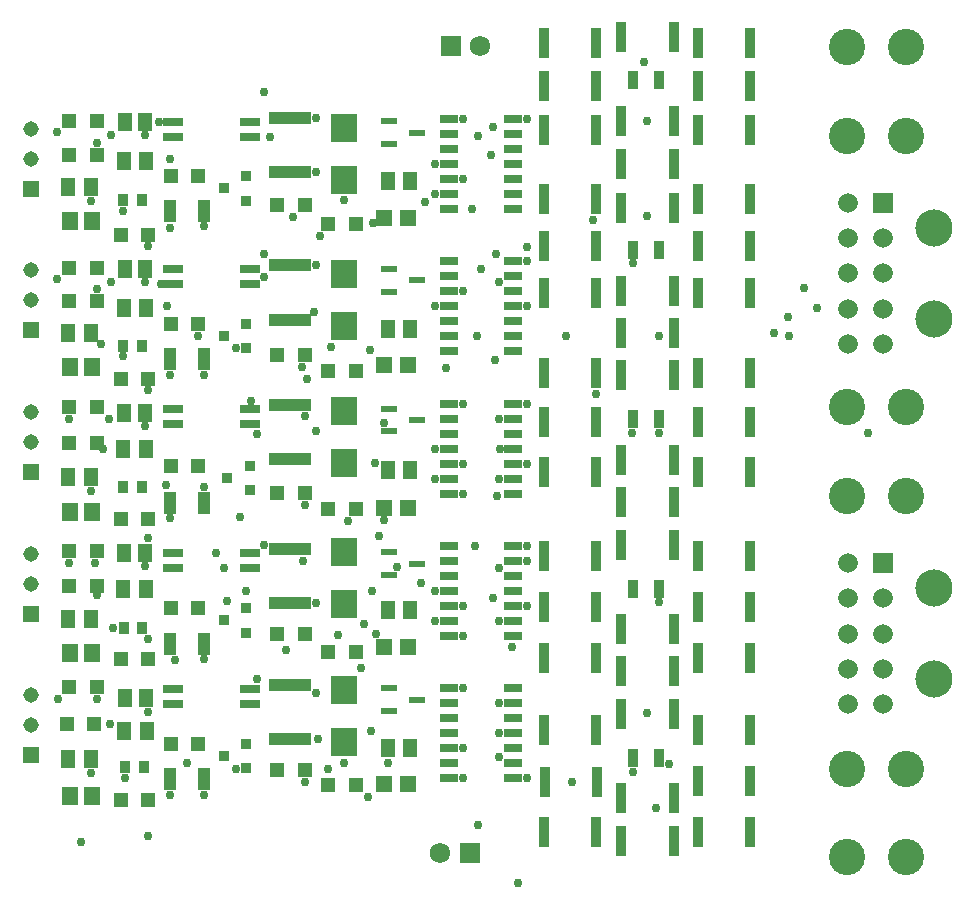
<source format=gts>
G04*
G04 #@! TF.GenerationSoftware,Altium Limited,Altium Designer,22.1.2 (22)*
G04*
G04 Layer_Color=8388736*
%FSLAX25Y25*%
%MOIN*%
G70*
G04*
G04 #@! TF.SameCoordinates,1384077E-11D3-43F0-9A77-4EE49B0B0899*
G04*
G04*
G04 #@! TF.FilePolarity,Negative*
G04*
G01*
G75*
%ADD15R,0.03772X0.10072*%
%ADD26R,0.05200X0.02200*%
%ADD27R,0.03500X0.03200*%
%ADD30R,0.03543X0.06299*%
%ADD31R,0.04921X0.06024*%
%ADD32R,0.05118X0.05118*%
%ADD33R,0.05315X0.05315*%
%ADD34R,0.14094X0.03937*%
%ADD35R,0.06693X0.03150*%
%ADD36R,0.03740X0.04331*%
%ADD37R,0.04528X0.06299*%
%ADD38R,0.06496X0.03150*%
%ADD39R,0.09055X0.09252*%
%ADD40R,0.04410X0.07402*%
%ADD41R,0.05709X0.06496*%
%ADD42R,0.06575X0.06575*%
%ADD43C,0.06575*%
%ADD44C,0.12402*%
%ADD45C,0.05169*%
%ADD46R,0.05169X0.05169*%
%ADD47C,0.12106*%
%ADD48R,0.06791X0.06791*%
%ADD49C,0.06791*%
%ADD50C,0.02953*%
D15*
X318232Y213000D02*
D03*
X335768D02*
D03*
X361268Y404500D02*
D03*
X343732D02*
D03*
X317965Y376000D02*
D03*
X335500D02*
D03*
X317965Y430500D02*
D03*
X335500D02*
D03*
X317965Y230500D02*
D03*
X335500D02*
D03*
X317965Y254500D02*
D03*
X335500D02*
D03*
Y271500D02*
D03*
X317965D02*
D03*
Y288500D02*
D03*
X335500D02*
D03*
X317965Y316500D02*
D03*
X335500D02*
D03*
Y333000D02*
D03*
X317965D02*
D03*
Y349500D02*
D03*
X335500D02*
D03*
Y391750D02*
D03*
X317965D02*
D03*
Y407500D02*
D03*
X335500D02*
D03*
Y445000D02*
D03*
X317965D02*
D03*
Y459500D02*
D03*
X335500D02*
D03*
X343732Y348658D02*
D03*
X361268D02*
D03*
X369232Y430500D02*
D03*
X386768D02*
D03*
Y445000D02*
D03*
X369232D02*
D03*
X386768Y459500D02*
D03*
X369232D02*
D03*
X343732Y419184D02*
D03*
X361268D02*
D03*
X317965Y196500D02*
D03*
X335500D02*
D03*
X343732Y362763D02*
D03*
X361268D02*
D03*
X343732Y306342D02*
D03*
X361268D02*
D03*
X343732Y249921D02*
D03*
X361268D02*
D03*
X343732Y193500D02*
D03*
X361268D02*
D03*
Y433289D02*
D03*
X343732D02*
D03*
X361268Y376868D02*
D03*
X343732D02*
D03*
X361268Y320447D02*
D03*
X343732D02*
D03*
X361268Y264026D02*
D03*
X343732D02*
D03*
X361268Y207605D02*
D03*
X343732D02*
D03*
Y461500D02*
D03*
X361268D02*
D03*
X343732Y292237D02*
D03*
X361268D02*
D03*
X343732Y235816D02*
D03*
X361268D02*
D03*
X369232Y376000D02*
D03*
X386768D02*
D03*
X369232Y316500D02*
D03*
X386768D02*
D03*
X369232Y254500D02*
D03*
X386768D02*
D03*
X369232Y196500D02*
D03*
X386768D02*
D03*
Y391750D02*
D03*
X369232D02*
D03*
X386768Y333000D02*
D03*
X369232D02*
D03*
X386768Y271500D02*
D03*
X369232D02*
D03*
X386768Y213500D02*
D03*
X369232D02*
D03*
X386768Y407500D02*
D03*
X369232D02*
D03*
X386768Y349500D02*
D03*
X369232D02*
D03*
X386768Y288500D02*
D03*
X369232D02*
D03*
X386768Y230500D02*
D03*
X369232D02*
D03*
D26*
X266300Y433250D02*
D03*
Y425750D02*
D03*
X275700Y429500D02*
D03*
Y240496D02*
D03*
X266300Y236746D02*
D03*
Y244246D02*
D03*
X275700Y333811D02*
D03*
X266300Y330061D02*
D03*
Y337561D02*
D03*
X275700Y380311D02*
D03*
X266300Y376561D02*
D03*
Y384061D02*
D03*
X275700Y285838D02*
D03*
X266300Y282088D02*
D03*
Y289588D02*
D03*
D27*
X211279Y410913D02*
D03*
X218720Y414949D02*
D03*
Y406878D02*
D03*
X211279Y221756D02*
D03*
X218720Y225791D02*
D03*
Y217721D02*
D03*
X211279Y266927D02*
D03*
X218720Y270963D02*
D03*
Y262892D02*
D03*
X212500Y314413D02*
D03*
X219941Y318449D02*
D03*
Y310378D02*
D03*
X211279Y361663D02*
D03*
X218720Y365699D02*
D03*
Y357628D02*
D03*
D30*
X347669Y390500D02*
D03*
X356331D02*
D03*
Y447000D02*
D03*
X347669D02*
D03*
X356331Y334000D02*
D03*
X347669D02*
D03*
X356331Y277500D02*
D03*
X347669D02*
D03*
X356331Y221000D02*
D03*
X347669D02*
D03*
D31*
X184898Y336000D02*
D03*
X178102D02*
D03*
Y289500D02*
D03*
X184898D02*
D03*
X178500Y241000D02*
D03*
X185295D02*
D03*
X178205Y384199D02*
D03*
X185000D02*
D03*
X178205Y433199D02*
D03*
X185000D02*
D03*
D32*
X176874Y207000D02*
D03*
X186126D02*
D03*
X176874Y254000D02*
D03*
X186126D02*
D03*
X176874Y300726D02*
D03*
X186126D02*
D03*
X176874Y347500D02*
D03*
X186126D02*
D03*
X176874Y395500D02*
D03*
X186126D02*
D03*
X229012Y309500D02*
D03*
X238264D02*
D03*
X229012Y355500D02*
D03*
X238264D02*
D03*
X229012Y405500D02*
D03*
X238264D02*
D03*
X229012Y262500D02*
D03*
X238264D02*
D03*
X229012Y217000D02*
D03*
X238264D02*
D03*
X193528Y365757D02*
D03*
X202780D02*
D03*
X255176Y399000D02*
D03*
X245924D02*
D03*
X159724Y433500D02*
D03*
X168976D02*
D03*
X159724Y244685D02*
D03*
Y290028D02*
D03*
Y338000D02*
D03*
Y384500D02*
D03*
X245924Y350000D02*
D03*
X255176D02*
D03*
X245924Y304000D02*
D03*
X255176D02*
D03*
X245924Y256500D02*
D03*
X255176D02*
D03*
X245924Y212000D02*
D03*
X255176D02*
D03*
X159724Y422154D02*
D03*
X168976D02*
D03*
X158874Y232500D02*
D03*
X168126D02*
D03*
X202780Y225849D02*
D03*
X193528D02*
D03*
X159724Y373321D02*
D03*
X168976D02*
D03*
X159724Y326154D02*
D03*
X168976D02*
D03*
X202780Y318507D02*
D03*
X193528D02*
D03*
X202780Y415007D02*
D03*
X193528D02*
D03*
X168976Y384500D02*
D03*
Y244685D02*
D03*
Y290028D02*
D03*
Y338000D02*
D03*
X159724Y278506D02*
D03*
X168976D02*
D03*
X202780Y271021D02*
D03*
X193528D02*
D03*
D33*
X264783Y401000D02*
D03*
X272657D02*
D03*
X264783Y352000D02*
D03*
X272657D02*
D03*
X264783Y304500D02*
D03*
X272657D02*
D03*
X264783Y258000D02*
D03*
X272657D02*
D03*
X264783Y212500D02*
D03*
X272657D02*
D03*
D34*
X233500Y290770D02*
D03*
Y272659D02*
D03*
Y338742D02*
D03*
Y320632D02*
D03*
Y385242D02*
D03*
Y367132D02*
D03*
Y434500D02*
D03*
Y416390D02*
D03*
Y245427D02*
D03*
Y227317D02*
D03*
D35*
X220004Y384002D02*
D03*
Y379002D02*
D03*
X194413D02*
D03*
Y384002D02*
D03*
Y244187D02*
D03*
Y239187D02*
D03*
X220004D02*
D03*
Y244187D02*
D03*
X194413Y337502D02*
D03*
Y332502D02*
D03*
X220004D02*
D03*
Y337502D02*
D03*
X194413Y433002D02*
D03*
Y428002D02*
D03*
X220004D02*
D03*
Y433002D02*
D03*
X194413Y289529D02*
D03*
Y284529D02*
D03*
X220004D02*
D03*
Y289529D02*
D03*
D36*
X177614Y311500D02*
D03*
X183913D02*
D03*
X177850Y264500D02*
D03*
X184150D02*
D03*
X178248Y218000D02*
D03*
X184547D02*
D03*
X183913Y407000D02*
D03*
X177614D02*
D03*
Y358500D02*
D03*
X183913D02*
D03*
D37*
X178158Y230000D02*
D03*
X185638D02*
D03*
X177760Y277500D02*
D03*
X185240D02*
D03*
X178008Y371172D02*
D03*
X185488D02*
D03*
X177760Y324000D02*
D03*
X185240D02*
D03*
X185488Y419922D02*
D03*
X178008D02*
D03*
X273444Y224500D02*
D03*
X265964D02*
D03*
X159429Y220642D02*
D03*
X166909D02*
D03*
X159429Y411247D02*
D03*
X166909D02*
D03*
X159429Y362581D02*
D03*
X166909D02*
D03*
X273444Y364000D02*
D03*
X265964D02*
D03*
X273444Y413500D02*
D03*
X265964D02*
D03*
X273444Y317000D02*
D03*
X265964D02*
D03*
X273444Y270500D02*
D03*
X265964D02*
D03*
X159429Y267423D02*
D03*
X166909D02*
D03*
X159429Y314747D02*
D03*
X166909D02*
D03*
D38*
X286370Y434000D02*
D03*
Y429000D02*
D03*
Y424000D02*
D03*
Y419000D02*
D03*
Y414000D02*
D03*
Y409000D02*
D03*
Y404000D02*
D03*
X307630D02*
D03*
Y409000D02*
D03*
Y419000D02*
D03*
Y424000D02*
D03*
Y429000D02*
D03*
Y434000D02*
D03*
Y414000D02*
D03*
Y224345D02*
D03*
Y271758D02*
D03*
Y319172D02*
D03*
Y366586D02*
D03*
Y386586D02*
D03*
Y381586D02*
D03*
Y376586D02*
D03*
Y371586D02*
D03*
Y361586D02*
D03*
Y356586D02*
D03*
X286370D02*
D03*
Y361586D02*
D03*
Y366586D02*
D03*
Y371586D02*
D03*
Y376586D02*
D03*
Y381586D02*
D03*
Y386586D02*
D03*
Y244345D02*
D03*
Y239345D02*
D03*
Y234345D02*
D03*
Y229345D02*
D03*
Y224345D02*
D03*
Y219345D02*
D03*
Y214345D02*
D03*
X307630D02*
D03*
Y219345D02*
D03*
Y229345D02*
D03*
Y234345D02*
D03*
Y239345D02*
D03*
Y244345D02*
D03*
X286370Y291758D02*
D03*
Y286758D02*
D03*
Y281758D02*
D03*
Y276758D02*
D03*
Y271758D02*
D03*
Y266758D02*
D03*
Y261758D02*
D03*
X307630D02*
D03*
Y266758D02*
D03*
Y276758D02*
D03*
Y281758D02*
D03*
Y286758D02*
D03*
Y291758D02*
D03*
X286370Y339172D02*
D03*
Y334172D02*
D03*
Y329172D02*
D03*
Y324172D02*
D03*
Y319172D02*
D03*
Y314172D02*
D03*
Y309172D02*
D03*
X307630D02*
D03*
Y314172D02*
D03*
Y324172D02*
D03*
Y329172D02*
D03*
Y334172D02*
D03*
Y339172D02*
D03*
D39*
X251500Y413839D02*
D03*
Y431161D02*
D03*
Y365139D02*
D03*
Y382461D02*
D03*
Y319339D02*
D03*
Y336661D02*
D03*
Y272339D02*
D03*
Y289661D02*
D03*
Y226339D02*
D03*
Y243661D02*
D03*
D40*
X204827Y214000D02*
D03*
X193173D02*
D03*
X204827Y259000D02*
D03*
X193173D02*
D03*
X204827Y354000D02*
D03*
X193173D02*
D03*
X204827Y403500D02*
D03*
X193173D02*
D03*
X204827Y306000D02*
D03*
X193173D02*
D03*
D41*
X167500Y400000D02*
D03*
X160020D02*
D03*
X167500Y351500D02*
D03*
X160020D02*
D03*
X167500Y208500D02*
D03*
X160020D02*
D03*
X167500Y256000D02*
D03*
X160020D02*
D03*
X167500Y303000D02*
D03*
X160020D02*
D03*
D42*
X431071Y286162D02*
D03*
Y406194D02*
D03*
D43*
Y274351D02*
D03*
Y262540D02*
D03*
Y250729D02*
D03*
Y238918D02*
D03*
X419260Y286162D02*
D03*
Y274351D02*
D03*
Y262540D02*
D03*
Y250729D02*
D03*
Y238918D02*
D03*
Y358950D02*
D03*
Y370761D02*
D03*
Y382572D02*
D03*
Y394383D02*
D03*
Y406194D02*
D03*
X431071Y358950D02*
D03*
Y370761D02*
D03*
Y382572D02*
D03*
Y394383D02*
D03*
D44*
X448000Y277658D02*
D03*
Y247422D02*
D03*
Y367454D02*
D03*
Y397690D02*
D03*
D45*
X147000Y242002D02*
D03*
Y232002D02*
D03*
Y279206D02*
D03*
Y289206D02*
D03*
Y326410D02*
D03*
Y336410D02*
D03*
Y373613D02*
D03*
Y383613D02*
D03*
Y420817D02*
D03*
Y430817D02*
D03*
D46*
Y222002D02*
D03*
Y269206D02*
D03*
Y316410D02*
D03*
Y363613D02*
D03*
Y410817D02*
D03*
D47*
X438685Y217500D02*
D03*
Y187972D02*
D03*
X419000Y217500D02*
D03*
Y187972D02*
D03*
Y308468D02*
D03*
Y337996D02*
D03*
X438685Y308468D02*
D03*
Y337996D02*
D03*
X419000Y428500D02*
D03*
Y458028D02*
D03*
X438685Y428500D02*
D03*
Y458028D02*
D03*
D48*
X286951Y458567D02*
D03*
X293343Y189500D02*
D03*
D49*
X296793Y458567D02*
D03*
X283500Y189500D02*
D03*
D50*
X163531Y193031D02*
D03*
X186000Y236554D02*
D03*
X296069Y198794D02*
D03*
X199000Y219500D02*
D03*
X172876Y334100D02*
D03*
X190500Y379000D02*
D03*
X192500Y371769D02*
D03*
X170500Y359000D02*
D03*
X247000Y358000D02*
D03*
X237500Y351500D02*
D03*
X260000Y357000D02*
D03*
X355415Y204421D02*
D03*
X359769Y219000D02*
D03*
X351500Y453000D02*
D03*
X224700Y443131D02*
D03*
X309500Y179431D02*
D03*
X302931Y221470D02*
D03*
X204800Y208900D02*
D03*
X193200D02*
D03*
X399531Y361700D02*
D03*
X394600Y362900D02*
D03*
X399431Y368000D02*
D03*
X356331Y329569D02*
D03*
X347500D02*
D03*
X302996Y334172D02*
D03*
X302500Y308500D02*
D03*
X269000Y284700D02*
D03*
X307500Y258000D02*
D03*
X265964Y219569D02*
D03*
X251500D02*
D03*
X245924Y217486D02*
D03*
X238264Y213055D02*
D03*
X291000Y214300D02*
D03*
X347669Y216531D02*
D03*
X352500Y236000D02*
D03*
X327500Y213000D02*
D03*
X296000Y428500D02*
D03*
X169000Y275500D02*
D03*
X168500Y286000D02*
D03*
X215500Y217500D02*
D03*
X260500Y230000D02*
D03*
X262000Y262500D02*
D03*
X258000Y265800D02*
D03*
X260673Y276827D02*
D03*
X264783Y300500D02*
D03*
X263000Y295000D02*
D03*
X222500Y329000D02*
D03*
X220500Y340000D02*
D03*
X170877Y324185D02*
D03*
X159724Y334055D02*
D03*
X334500Y400500D02*
D03*
X352500Y401900D02*
D03*
X222500Y247500D02*
D03*
X257000Y251031D02*
D03*
X249500Y262000D02*
D03*
X232000Y257000D02*
D03*
X186126Y195100D02*
D03*
X252700Y300069D02*
D03*
X281700Y409000D02*
D03*
X278500Y406431D02*
D03*
X224700Y389000D02*
D03*
Y381500D02*
D03*
X239000Y347500D02*
D03*
X261134Y399351D02*
D03*
X312300Y434000D02*
D03*
X352500Y433500D02*
D03*
X404800Y377800D02*
D03*
X204800Y254000D02*
D03*
X204827Y348900D02*
D03*
X301514Y353800D02*
D03*
X409000Y371000D02*
D03*
X356331Y361586D02*
D03*
X325500D02*
D03*
X300500Y422200D02*
D03*
X312300Y291758D02*
D03*
X426100Y329300D02*
D03*
X241500Y369700D02*
D03*
X241910Y416390D02*
D03*
X193173Y348900D02*
D03*
X178200Y214400D02*
D03*
X281800Y371600D02*
D03*
X177614Y354914D02*
D03*
X281700Y419000D02*
D03*
X177614Y403400D02*
D03*
X173500Y232444D02*
D03*
X291000Y224345D02*
D03*
X303000Y229345D02*
D03*
X259176Y208000D02*
D03*
X303193Y324200D02*
D03*
X166900Y216100D02*
D03*
X216810Y301390D02*
D03*
X290928Y309100D02*
D03*
X285437Y351037D02*
D03*
X202780Y361820D02*
D03*
X241900Y242600D02*
D03*
X168976Y240700D02*
D03*
X277100Y279258D02*
D03*
X218720Y276700D02*
D03*
X291000Y376600D02*
D03*
X243400Y395100D02*
D03*
X264800Y332700D02*
D03*
X312200Y386586D02*
D03*
X155839Y240800D02*
D03*
X312300Y319172D02*
D03*
X155824Y380600D02*
D03*
Y429600D02*
D03*
X166909Y310200D02*
D03*
X211500Y284529D02*
D03*
X166900Y406700D02*
D03*
X237700Y286600D02*
D03*
X208700Y289529D02*
D03*
X184898Y331602D02*
D03*
X185000Y379800D02*
D03*
X173676D02*
D03*
X251500Y406984D02*
D03*
X173675Y428801D02*
D03*
X186126Y294326D02*
D03*
X281700Y266800D02*
D03*
X291004Y434000D02*
D03*
X241933Y434500D02*
D03*
X234264Y401500D02*
D03*
X185000Y428801D02*
D03*
X300900Y431500D02*
D03*
X186126Y391600D02*
D03*
X226700Y428002D02*
D03*
X281700Y314200D02*
D03*
X238264Y305555D02*
D03*
X193173Y300954D02*
D03*
X241900Y330216D02*
D03*
X242700Y227317D02*
D03*
X312300Y271800D02*
D03*
X303000Y284473D02*
D03*
X186126Y260800D02*
D03*
X301042Y274300D02*
D03*
X312400Y286758D02*
D03*
X295800Y361586D02*
D03*
X192100Y312100D02*
D03*
X281700Y324200D02*
D03*
X204827Y311300D02*
D03*
X261600Y319339D02*
D03*
X291004Y319172D02*
D03*
X312300Y214345D02*
D03*
X303000Y379700D02*
D03*
X186100Y343600D02*
D03*
X312286Y371600D02*
D03*
X303000Y314172D02*
D03*
X302996Y239345D02*
D03*
X347669Y386000D02*
D03*
X169000Y377300D02*
D03*
X193173Y397573D02*
D03*
X303000Y266800D02*
D03*
X194910Y253900D02*
D03*
X212179Y273521D02*
D03*
X291000Y261758D02*
D03*
X301845Y389031D02*
D03*
X312200Y391517D02*
D03*
X297000Y384100D02*
D03*
X184898Y285102D02*
D03*
X174300Y264500D02*
D03*
X281700Y276800D02*
D03*
X159724Y286083D02*
D03*
X241900Y272659D02*
D03*
X312200Y339200D02*
D03*
X241933Y385242D02*
D03*
X293900Y404000D02*
D03*
X204800Y398400D02*
D03*
X291004Y414000D02*
D03*
X169000Y426100D02*
D03*
X291000Y244345D02*
D03*
X335500Y342400D02*
D03*
X291000Y339172D02*
D03*
X238400Y335000D02*
D03*
X224700Y292000D02*
D03*
X215300Y357600D02*
D03*
X291004Y271758D02*
D03*
X294900Y291758D02*
D03*
X189700Y433000D02*
D03*
X193500Y420600D02*
D03*
X356300Y273000D02*
D03*
M02*

</source>
